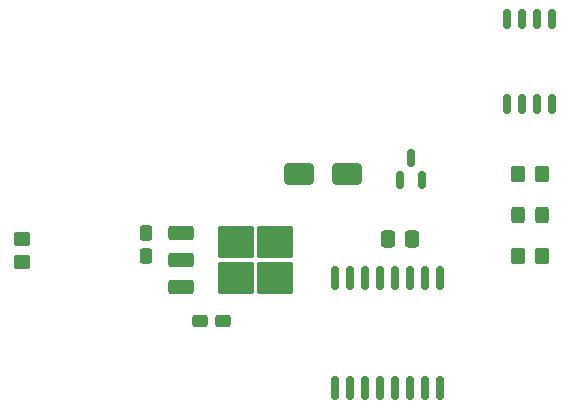
<source format=gbr>
%TF.GenerationSoftware,KiCad,Pcbnew,9.0.7-9.0.7~ubuntu22.04.1*%
%TF.CreationDate,2026-01-30T05:50:44+05:30*%
%TF.ProjectId,SOLDERING_IRON_CONTROLLER,534f4c44-4552-4494-9e47-5f49524f4e5f,rev?*%
%TF.SameCoordinates,Original*%
%TF.FileFunction,Paste,Top*%
%TF.FilePolarity,Positive*%
%FSLAX46Y46*%
G04 Gerber Fmt 4.6, Leading zero omitted, Abs format (unit mm)*
G04 Created by KiCad (PCBNEW 9.0.7-9.0.7~ubuntu22.04.1) date 2026-01-30 05:50:44*
%MOMM*%
%LPD*%
G01*
G04 APERTURE LIST*
G04 Aperture macros list*
%AMRoundRect*
0 Rectangle with rounded corners*
0 $1 Rounding radius*
0 $2 $3 $4 $5 $6 $7 $8 $9 X,Y pos of 4 corners*
0 Add a 4 corners polygon primitive as box body*
4,1,4,$2,$3,$4,$5,$6,$7,$8,$9,$2,$3,0*
0 Add four circle primitives for the rounded corners*
1,1,$1+$1,$2,$3*
1,1,$1+$1,$4,$5*
1,1,$1+$1,$6,$7*
1,1,$1+$1,$8,$9*
0 Add four rect primitives between the rounded corners*
20,1,$1+$1,$2,$3,$4,$5,0*
20,1,$1+$1,$4,$5,$6,$7,0*
20,1,$1+$1,$6,$7,$8,$9,0*
20,1,$1+$1,$8,$9,$2,$3,0*%
G04 Aperture macros list end*
%ADD10RoundRect,0.250000X0.350000X0.450000X-0.350000X0.450000X-0.350000X-0.450000X0.350000X-0.450000X0*%
%ADD11RoundRect,0.150000X-0.150000X0.875000X-0.150000X-0.875000X0.150000X-0.875000X0.150000X0.875000X0*%
%ADD12RoundRect,0.150000X0.150000X-0.587500X0.150000X0.587500X-0.150000X0.587500X-0.150000X-0.587500X0*%
%ADD13RoundRect,0.162500X-0.162500X0.650000X-0.162500X-0.650000X0.162500X-0.650000X0.162500X0.650000X0*%
%ADD14RoundRect,0.250000X-0.450000X0.350000X-0.450000X-0.350000X0.450000X-0.350000X0.450000X0.350000X0*%
%ADD15RoundRect,0.250000X0.325000X0.450000X-0.325000X0.450000X-0.325000X-0.450000X0.325000X-0.450000X0*%
%ADD16RoundRect,0.250000X-1.275000X-1.125000X1.275000X-1.125000X1.275000X1.125000X-1.275000X1.125000X0*%
%ADD17RoundRect,0.250000X-0.850000X-0.350000X0.850000X-0.350000X0.850000X0.350000X-0.850000X0.350000X0*%
%ADD18RoundRect,0.250000X0.295000X-0.407500X0.295000X0.407500X-0.295000X0.407500X-0.295000X-0.407500X0*%
%ADD19RoundRect,0.250000X1.000000X0.650000X-1.000000X0.650000X-1.000000X-0.650000X1.000000X-0.650000X0*%
%ADD20RoundRect,0.250000X-0.407500X-0.295000X0.407500X-0.295000X0.407500X0.295000X-0.407500X0.295000X0*%
%ADD21RoundRect,0.250000X0.337500X0.475000X-0.337500X0.475000X-0.337500X-0.475000X0.337500X-0.475000X0*%
G04 APERTURE END LIST*
D10*
%TO.C,R1*%
X183260000Y-101735000D03*
X181260000Y-101735000D03*
%TD*%
D11*
%TO.C,U3*%
X174705000Y-103585000D03*
X173435000Y-103585000D03*
X172165000Y-103585000D03*
X170895000Y-103585000D03*
X169625000Y-103585000D03*
X168355000Y-103585000D03*
X167085000Y-103585000D03*
X165815000Y-103585000D03*
X165815000Y-112885000D03*
X167085000Y-112885000D03*
X168355000Y-112885000D03*
X169625000Y-112885000D03*
X170895000Y-112885000D03*
X172165000Y-112885000D03*
X173435000Y-112885000D03*
X174705000Y-112885000D03*
%TD*%
D10*
%TO.C,R2*%
X183260000Y-94735000D03*
X181260000Y-94735000D03*
%TD*%
D12*
%TO.C,Q1*%
X171260000Y-95235000D03*
X173160000Y-95235000D03*
X172210000Y-93360000D03*
%TD*%
D13*
%TO.C,U1*%
X184165000Y-81647500D03*
X182895000Y-81647500D03*
X181625000Y-81647500D03*
X180355000Y-81647500D03*
X180355000Y-88822500D03*
X181625000Y-88822500D03*
X182895000Y-88822500D03*
X184165000Y-88822500D03*
%TD*%
D14*
%TO.C,R3*%
X139260000Y-100235000D03*
X139260000Y-102235000D03*
%TD*%
D15*
%TO.C,D2*%
X183310000Y-98235000D03*
X181260000Y-98235000D03*
%TD*%
D16*
%TO.C,U2*%
X157385000Y-100490000D03*
X157385000Y-103540000D03*
X160735000Y-100490000D03*
X160735000Y-103540000D03*
D17*
X152760000Y-99735000D03*
X152760000Y-102015000D03*
X152760000Y-104295000D03*
%TD*%
D18*
%TO.C,C2*%
X149760000Y-101690000D03*
X149760000Y-99735000D03*
%TD*%
D19*
%TO.C,D1*%
X166760000Y-94735000D03*
X162760000Y-94735000D03*
%TD*%
D20*
%TO.C,C1*%
X154305000Y-107235000D03*
X156260000Y-107235000D03*
%TD*%
D21*
%TO.C,C3*%
X172335000Y-100235000D03*
X170260000Y-100235000D03*
%TD*%
M02*

</source>
